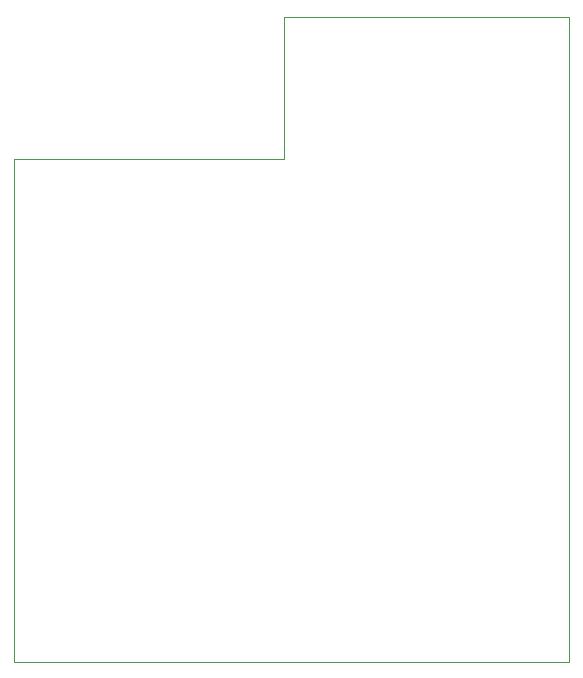
<source format=gm1>
%TF.GenerationSoftware,KiCad,Pcbnew,8.0.3+1*%
%TF.CreationDate,2024-07-30T19:41:34+02:00*%
%TF.ProjectId,QL_diren_keyboard_adapter,514c5f64-6972-4656-9e5f-6b6579626f61,rev?*%
%TF.SameCoordinates,Original*%
%TF.FileFunction,Profile,NP*%
%FSLAX46Y46*%
G04 Gerber Fmt 4.6, Leading zero omitted, Abs format (unit mm)*
G04 Created by KiCad (PCBNEW 8.0.3+1) date 2024-07-30 19:41:34*
%MOMM*%
%LPD*%
G01*
G04 APERTURE LIST*
%TA.AperFunction,Profile*%
%ADD10C,0.050000*%
%TD*%
G04 APERTURE END LIST*
D10*
X121285000Y-114300000D02*
X74295000Y-114300000D01*
X74295000Y-71755000D01*
X97155000Y-71755000D01*
X97155000Y-59690000D01*
X121285000Y-59690000D01*
X121285000Y-114300000D01*
M02*

</source>
